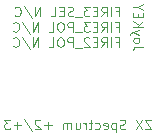
<source format=gbo>
G04 #@! TF.GenerationSoftware,KiCad,Pcbnew,(5.1.8)-1*
G04 #@! TF.CreationDate,2021-02-08T23:37:40+01:00*
G04 #@! TF.ProjectId,Sinclair,53696e63-6c61-4697-922e-6b696361645f,rev?*
G04 #@! TF.SameCoordinates,Original*
G04 #@! TF.FileFunction,Legend,Bot*
G04 #@! TF.FilePolarity,Positive*
%FSLAX46Y46*%
G04 Gerber Fmt 4.6, Leading zero omitted, Abs format (unit mm)*
G04 Created by KiCad (PCBNEW (5.1.8)-1) date 2021-02-08 23:37:40*
%MOMM*%
%LPD*%
G01*
G04 APERTURE LIST*
%ADD10C,0.100000*%
G04 APERTURE END LIST*
D10*
X148468571Y-91636904D02*
X147935238Y-91636904D01*
X148468571Y-92436904D01*
X147935238Y-92436904D01*
X147706666Y-91636904D02*
X147173333Y-92436904D01*
X147173333Y-91636904D02*
X147706666Y-92436904D01*
X146297142Y-92398809D02*
X146182857Y-92436904D01*
X145992380Y-92436904D01*
X145916190Y-92398809D01*
X145878095Y-92360714D01*
X145840000Y-92284523D01*
X145840000Y-92208333D01*
X145878095Y-92132142D01*
X145916190Y-92094047D01*
X145992380Y-92055952D01*
X146144761Y-92017857D01*
X146220952Y-91979761D01*
X146259047Y-91941666D01*
X146297142Y-91865476D01*
X146297142Y-91789285D01*
X146259047Y-91713095D01*
X146220952Y-91675000D01*
X146144761Y-91636904D01*
X145954285Y-91636904D01*
X145840000Y-91675000D01*
X145497142Y-91903571D02*
X145497142Y-92703571D01*
X145497142Y-91941666D02*
X145420952Y-91903571D01*
X145268571Y-91903571D01*
X145192380Y-91941666D01*
X145154285Y-91979761D01*
X145116190Y-92055952D01*
X145116190Y-92284523D01*
X145154285Y-92360714D01*
X145192380Y-92398809D01*
X145268571Y-92436904D01*
X145420952Y-92436904D01*
X145497142Y-92398809D01*
X144468571Y-92398809D02*
X144544761Y-92436904D01*
X144697142Y-92436904D01*
X144773333Y-92398809D01*
X144811428Y-92322619D01*
X144811428Y-92017857D01*
X144773333Y-91941666D01*
X144697142Y-91903571D01*
X144544761Y-91903571D01*
X144468571Y-91941666D01*
X144430476Y-92017857D01*
X144430476Y-92094047D01*
X144811428Y-92170238D01*
X143744761Y-92398809D02*
X143820952Y-92436904D01*
X143973333Y-92436904D01*
X144049523Y-92398809D01*
X144087619Y-92360714D01*
X144125714Y-92284523D01*
X144125714Y-92055952D01*
X144087619Y-91979761D01*
X144049523Y-91941666D01*
X143973333Y-91903571D01*
X143820952Y-91903571D01*
X143744761Y-91941666D01*
X143516190Y-91903571D02*
X143211428Y-91903571D01*
X143401904Y-91636904D02*
X143401904Y-92322619D01*
X143363809Y-92398809D01*
X143287619Y-92436904D01*
X143211428Y-92436904D01*
X142944761Y-92436904D02*
X142944761Y-91903571D01*
X142944761Y-92055952D02*
X142906666Y-91979761D01*
X142868571Y-91941666D01*
X142792380Y-91903571D01*
X142716190Y-91903571D01*
X142106666Y-91903571D02*
X142106666Y-92436904D01*
X142449523Y-91903571D02*
X142449523Y-92322619D01*
X142411428Y-92398809D01*
X142335238Y-92436904D01*
X142220952Y-92436904D01*
X142144761Y-92398809D01*
X142106666Y-92360714D01*
X141725714Y-92436904D02*
X141725714Y-91903571D01*
X141725714Y-91979761D02*
X141687619Y-91941666D01*
X141611428Y-91903571D01*
X141497142Y-91903571D01*
X141420952Y-91941666D01*
X141382857Y-92017857D01*
X141382857Y-92436904D01*
X141382857Y-92017857D02*
X141344761Y-91941666D01*
X141268571Y-91903571D01*
X141154285Y-91903571D01*
X141078095Y-91941666D01*
X141040000Y-92017857D01*
X141040000Y-92436904D01*
X140049523Y-92132142D02*
X139440000Y-92132142D01*
X139744761Y-92436904D02*
X139744761Y-91827380D01*
X139097142Y-91713095D02*
X139059047Y-91675000D01*
X138982857Y-91636904D01*
X138792380Y-91636904D01*
X138716190Y-91675000D01*
X138678095Y-91713095D01*
X138640000Y-91789285D01*
X138640000Y-91865476D01*
X138678095Y-91979761D01*
X139135238Y-92436904D01*
X138640000Y-92436904D01*
X137725714Y-91598809D02*
X138411428Y-92627380D01*
X137459047Y-92132142D02*
X136849523Y-92132142D01*
X137154285Y-92436904D02*
X137154285Y-91827380D01*
X136544761Y-91636904D02*
X136049523Y-91636904D01*
X136316190Y-91941666D01*
X136201904Y-91941666D01*
X136125714Y-91979761D01*
X136087619Y-92017857D01*
X136049523Y-92094047D01*
X136049523Y-92284523D01*
X136087619Y-92360714D01*
X136125714Y-92398809D01*
X136201904Y-92436904D01*
X136430476Y-92436904D01*
X136506666Y-92398809D01*
X136544761Y-92360714D01*
X147758095Y-85477142D02*
X147186666Y-85477142D01*
X147072380Y-85515238D01*
X146996190Y-85591428D01*
X146958095Y-85705714D01*
X146958095Y-85781904D01*
X146958095Y-84981904D02*
X146996190Y-85058095D01*
X147034285Y-85096190D01*
X147110476Y-85134285D01*
X147339047Y-85134285D01*
X147415238Y-85096190D01*
X147453333Y-85058095D01*
X147491428Y-84981904D01*
X147491428Y-84867619D01*
X147453333Y-84791428D01*
X147415238Y-84753333D01*
X147339047Y-84715238D01*
X147110476Y-84715238D01*
X147034285Y-84753333D01*
X146996190Y-84791428D01*
X146958095Y-84867619D01*
X146958095Y-84981904D01*
X147491428Y-84448571D02*
X146958095Y-84258095D01*
X147491428Y-84067619D02*
X146958095Y-84258095D01*
X146767619Y-84334285D01*
X146729523Y-84372380D01*
X146691428Y-84448571D01*
X146958095Y-83762857D02*
X147758095Y-83762857D01*
X146958095Y-83305714D02*
X147415238Y-83648571D01*
X147758095Y-83305714D02*
X147300952Y-83762857D01*
X147377142Y-82962857D02*
X147377142Y-82696190D01*
X146958095Y-82581904D02*
X146958095Y-82962857D01*
X147758095Y-82962857D01*
X147758095Y-82581904D01*
X147339047Y-82086666D02*
X146958095Y-82086666D01*
X147758095Y-82353333D02*
X147339047Y-82086666D01*
X147758095Y-81820000D01*
X145527857Y-82462857D02*
X145794523Y-82462857D01*
X145794523Y-82881904D02*
X145794523Y-82081904D01*
X145413571Y-82081904D01*
X145108809Y-82881904D02*
X145108809Y-82081904D01*
X144270714Y-82881904D02*
X144537380Y-82500952D01*
X144727857Y-82881904D02*
X144727857Y-82081904D01*
X144423095Y-82081904D01*
X144346904Y-82120000D01*
X144308809Y-82158095D01*
X144270714Y-82234285D01*
X144270714Y-82348571D01*
X144308809Y-82424761D01*
X144346904Y-82462857D01*
X144423095Y-82500952D01*
X144727857Y-82500952D01*
X143927857Y-82462857D02*
X143661190Y-82462857D01*
X143546904Y-82881904D02*
X143927857Y-82881904D01*
X143927857Y-82081904D01*
X143546904Y-82081904D01*
X143280238Y-82081904D02*
X142785000Y-82081904D01*
X143051666Y-82386666D01*
X142937380Y-82386666D01*
X142861190Y-82424761D01*
X142823095Y-82462857D01*
X142785000Y-82539047D01*
X142785000Y-82729523D01*
X142823095Y-82805714D01*
X142861190Y-82843809D01*
X142937380Y-82881904D01*
X143165952Y-82881904D01*
X143242142Y-82843809D01*
X143280238Y-82805714D01*
X142632619Y-82958095D02*
X142023095Y-82958095D01*
X141870714Y-82843809D02*
X141756428Y-82881904D01*
X141565952Y-82881904D01*
X141489761Y-82843809D01*
X141451666Y-82805714D01*
X141413571Y-82729523D01*
X141413571Y-82653333D01*
X141451666Y-82577142D01*
X141489761Y-82539047D01*
X141565952Y-82500952D01*
X141718333Y-82462857D01*
X141794523Y-82424761D01*
X141832619Y-82386666D01*
X141870714Y-82310476D01*
X141870714Y-82234285D01*
X141832619Y-82158095D01*
X141794523Y-82120000D01*
X141718333Y-82081904D01*
X141527857Y-82081904D01*
X141413571Y-82120000D01*
X141070714Y-82462857D02*
X140804047Y-82462857D01*
X140689761Y-82881904D02*
X141070714Y-82881904D01*
X141070714Y-82081904D01*
X140689761Y-82081904D01*
X139965952Y-82881904D02*
X140346904Y-82881904D01*
X140346904Y-82081904D01*
X139089761Y-82881904D02*
X139089761Y-82081904D01*
X138632619Y-82881904D01*
X138632619Y-82081904D01*
X137680238Y-82043809D02*
X138365952Y-83072380D01*
X136956428Y-82805714D02*
X136994523Y-82843809D01*
X137108809Y-82881904D01*
X137185000Y-82881904D01*
X137299285Y-82843809D01*
X137375476Y-82767619D01*
X137413571Y-82691428D01*
X137451666Y-82539047D01*
X137451666Y-82424761D01*
X137413571Y-82272380D01*
X137375476Y-82196190D01*
X137299285Y-82120000D01*
X137185000Y-82081904D01*
X137108809Y-82081904D01*
X136994523Y-82120000D01*
X136956428Y-82158095D01*
X145527857Y-83762857D02*
X145794523Y-83762857D01*
X145794523Y-84181904D02*
X145794523Y-83381904D01*
X145413571Y-83381904D01*
X145108809Y-84181904D02*
X145108809Y-83381904D01*
X144270714Y-84181904D02*
X144537380Y-83800952D01*
X144727857Y-84181904D02*
X144727857Y-83381904D01*
X144423095Y-83381904D01*
X144346904Y-83420000D01*
X144308809Y-83458095D01*
X144270714Y-83534285D01*
X144270714Y-83648571D01*
X144308809Y-83724761D01*
X144346904Y-83762857D01*
X144423095Y-83800952D01*
X144727857Y-83800952D01*
X143927857Y-83762857D02*
X143661190Y-83762857D01*
X143546904Y-84181904D02*
X143927857Y-84181904D01*
X143927857Y-83381904D01*
X143546904Y-83381904D01*
X143280238Y-83381904D02*
X142785000Y-83381904D01*
X143051666Y-83686666D01*
X142937380Y-83686666D01*
X142861190Y-83724761D01*
X142823095Y-83762857D01*
X142785000Y-83839047D01*
X142785000Y-84029523D01*
X142823095Y-84105714D01*
X142861190Y-84143809D01*
X142937380Y-84181904D01*
X143165952Y-84181904D01*
X143242142Y-84143809D01*
X143280238Y-84105714D01*
X142632619Y-84258095D02*
X142023095Y-84258095D01*
X141832619Y-84181904D02*
X141832619Y-83381904D01*
X141527857Y-83381904D01*
X141451666Y-83420000D01*
X141413571Y-83458095D01*
X141375476Y-83534285D01*
X141375476Y-83648571D01*
X141413571Y-83724761D01*
X141451666Y-83762857D01*
X141527857Y-83800952D01*
X141832619Y-83800952D01*
X140880238Y-83381904D02*
X140727857Y-83381904D01*
X140651666Y-83420000D01*
X140575476Y-83496190D01*
X140537380Y-83648571D01*
X140537380Y-83915238D01*
X140575476Y-84067619D01*
X140651666Y-84143809D01*
X140727857Y-84181904D01*
X140880238Y-84181904D01*
X140956428Y-84143809D01*
X141032619Y-84067619D01*
X141070714Y-83915238D01*
X141070714Y-83648571D01*
X141032619Y-83496190D01*
X140956428Y-83420000D01*
X140880238Y-83381904D01*
X139813571Y-84181904D02*
X140194523Y-84181904D01*
X140194523Y-83381904D01*
X138937380Y-84181904D02*
X138937380Y-83381904D01*
X138480238Y-84181904D01*
X138480238Y-83381904D01*
X137527857Y-83343809D02*
X138213571Y-84372380D01*
X136804047Y-84105714D02*
X136842142Y-84143809D01*
X136956428Y-84181904D01*
X137032619Y-84181904D01*
X137146904Y-84143809D01*
X137223095Y-84067619D01*
X137261190Y-83991428D01*
X137299285Y-83839047D01*
X137299285Y-83724761D01*
X137261190Y-83572380D01*
X137223095Y-83496190D01*
X137146904Y-83420000D01*
X137032619Y-83381904D01*
X136956428Y-83381904D01*
X136842142Y-83420000D01*
X136804047Y-83458095D01*
X145527857Y-85062857D02*
X145794523Y-85062857D01*
X145794523Y-85481904D02*
X145794523Y-84681904D01*
X145413571Y-84681904D01*
X145108809Y-85481904D02*
X145108809Y-84681904D01*
X144270714Y-85481904D02*
X144537380Y-85100952D01*
X144727857Y-85481904D02*
X144727857Y-84681904D01*
X144423095Y-84681904D01*
X144346904Y-84720000D01*
X144308809Y-84758095D01*
X144270714Y-84834285D01*
X144270714Y-84948571D01*
X144308809Y-85024761D01*
X144346904Y-85062857D01*
X144423095Y-85100952D01*
X144727857Y-85100952D01*
X143927857Y-85062857D02*
X143661190Y-85062857D01*
X143546904Y-85481904D02*
X143927857Y-85481904D01*
X143927857Y-84681904D01*
X143546904Y-84681904D01*
X143242142Y-84758095D02*
X143204047Y-84720000D01*
X143127857Y-84681904D01*
X142937380Y-84681904D01*
X142861190Y-84720000D01*
X142823095Y-84758095D01*
X142785000Y-84834285D01*
X142785000Y-84910476D01*
X142823095Y-85024761D01*
X143280238Y-85481904D01*
X142785000Y-85481904D01*
X142632619Y-85558095D02*
X142023095Y-85558095D01*
X141832619Y-85481904D02*
X141832619Y-84681904D01*
X141527857Y-84681904D01*
X141451666Y-84720000D01*
X141413571Y-84758095D01*
X141375476Y-84834285D01*
X141375476Y-84948571D01*
X141413571Y-85024761D01*
X141451666Y-85062857D01*
X141527857Y-85100952D01*
X141832619Y-85100952D01*
X140880238Y-84681904D02*
X140727857Y-84681904D01*
X140651666Y-84720000D01*
X140575476Y-84796190D01*
X140537380Y-84948571D01*
X140537380Y-85215238D01*
X140575476Y-85367619D01*
X140651666Y-85443809D01*
X140727857Y-85481904D01*
X140880238Y-85481904D01*
X140956428Y-85443809D01*
X141032619Y-85367619D01*
X141070714Y-85215238D01*
X141070714Y-84948571D01*
X141032619Y-84796190D01*
X140956428Y-84720000D01*
X140880238Y-84681904D01*
X139813571Y-85481904D02*
X140194523Y-85481904D01*
X140194523Y-84681904D01*
X138937380Y-85481904D02*
X138937380Y-84681904D01*
X138480238Y-85481904D01*
X138480238Y-84681904D01*
X137527857Y-84643809D02*
X138213571Y-85672380D01*
X136804047Y-85405714D02*
X136842142Y-85443809D01*
X136956428Y-85481904D01*
X137032619Y-85481904D01*
X137146904Y-85443809D01*
X137223095Y-85367619D01*
X137261190Y-85291428D01*
X137299285Y-85139047D01*
X137299285Y-85024761D01*
X137261190Y-84872380D01*
X137223095Y-84796190D01*
X137146904Y-84720000D01*
X137032619Y-84681904D01*
X136956428Y-84681904D01*
X136842142Y-84720000D01*
X136804047Y-84758095D01*
M02*

</source>
